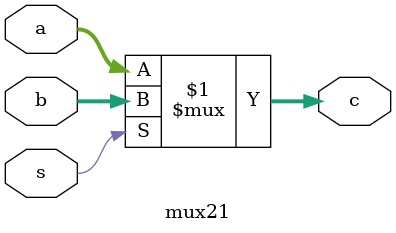
<source format=v>
`timescale 1ns / 1ps


module mux21
#(parameter WIDTH = 8)
(
    input [WIDTH-1:0] a,
    input [WIDTH-1:0] b,
    input s,
    output [WIDTH-1:0] c
    );

	assign c = s?b:a;

endmodule

</source>
